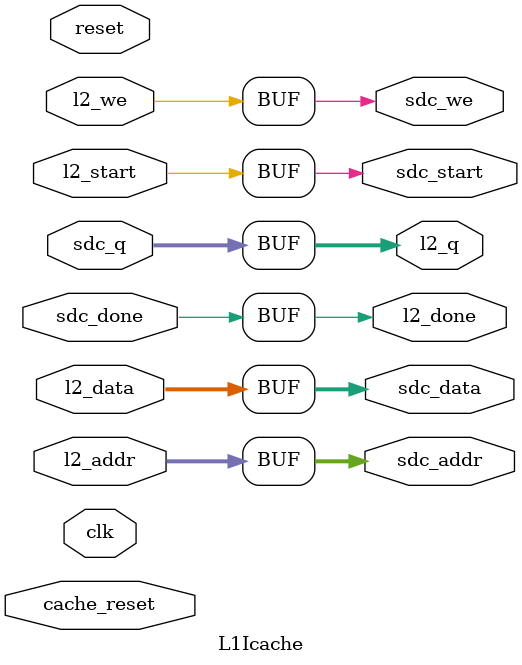
<source format=v>
/*
* L1 Instruction Cache
* Sits between Instrmem and arbiter
* Currently skipped because of issues
*/
module L1Icache(
    // clock/reset inputs
    input               clk,
    input               reset,
    input               cache_reset,

    // CPU bus
    input [31:0]        l2_addr,
    input [31:0]        l2_data,
    input               l2_we,
    input               l2_start,
    output [31:0]       l2_q,
    output              l2_done,

    // SDRAM controller bus
    output [31:0]       sdc_addr,
    output [31:0]       sdc_data,
    output              sdc_we,
    output              sdc_start,
    input [31:0]        sdc_q,
    input               sdc_done
);

// passthrough to skip
assign sdc_addr =  l2_addr;
assign sdc_data = l2_data;
assign sdc_we =   l2_we;
assign sdc_start = l2_start;
assign l2_q =       sdc_q;
assign l2_done =  sdc_done;

endmodule
</source>
